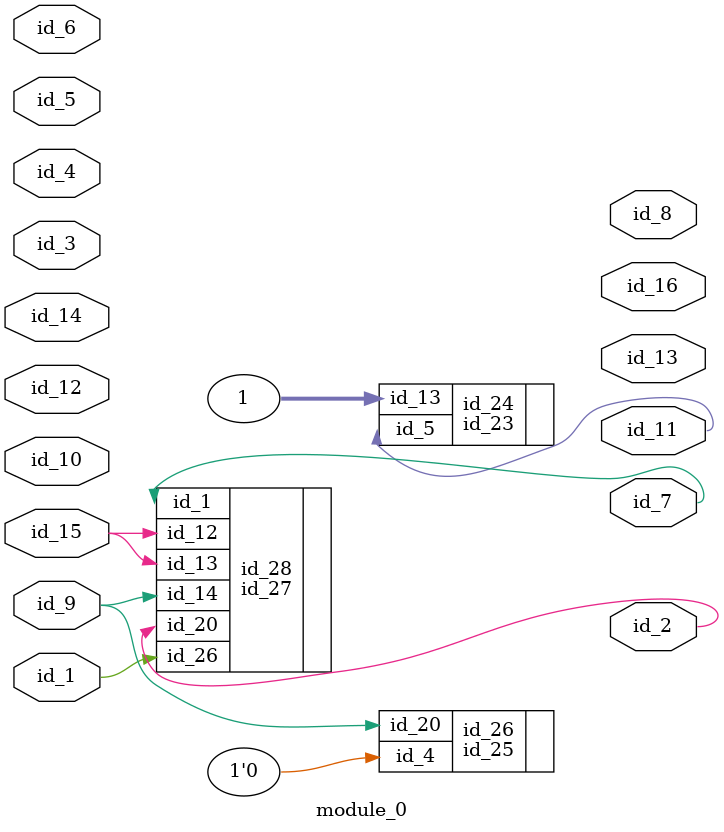
<source format=v>
`timescale 1ps / 1 ps
module module_0 (
    id_1,
    id_2,
    id_3,
    id_4,
    id_5,
    id_6,
    id_7,
    id_8,
    id_9,
    id_10,
    id_11,
    id_12,
    id_13,
    id_14,
    id_15,
    id_16
);
  output id_16;
  input id_15;
  input id_14;
  output id_13;
  input id_12;
  output id_11;
  input id_10;
  input id_9;
  output id_8;
  output id_7;
  input id_6;
  input id_5;
  input id_4;
  input id_3;
  output id_2;
  input id_1;
  id_17 id_18 (
      .id_6 (id_4),
      .id_11(id_3)
  );
  id_19 id_20 (
      .id_1 (id_10),
      .id_3 (id_3),
      .id_10(id_10)
  );
  id_21 id_22 (
      .id_13(1),
      .id_12(1)
  );
  id_23 id_24 (
      .id_13(1),
      .id_5 (id_11)
  );
  id_25 id_26 (
      .id_20(id_9),
      .id_4 (1'b0)
  );
  id_27 id_28 (
      .id_13(id_15),
      .id_14(id_9),
      .id_12(id_15),
      .id_1 (id_7),
      .id_26(id_1),
      .id_20(id_2)
  );
endmodule

</source>
